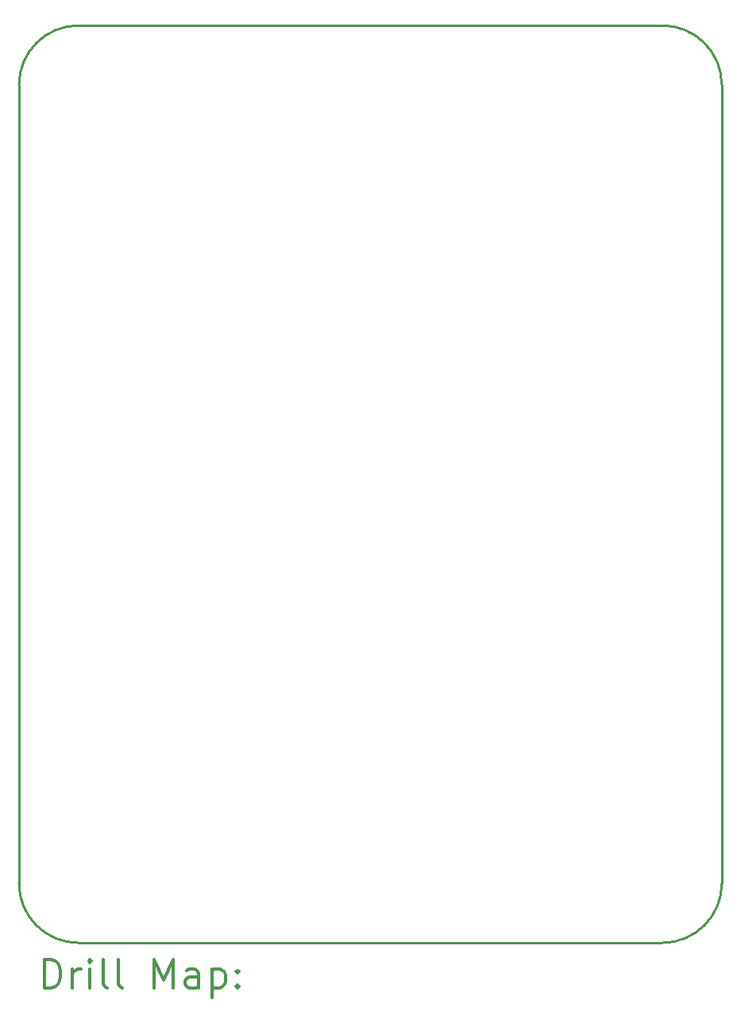
<source format=gbr>
%FSLAX45Y45*%
G04 Gerber Fmt 4.5, Leading zero omitted, Abs format (unit mm)*
G04 Created by KiCad (PCBNEW 5.1.6-c6e7f7d~87~ubuntu20.04.1) date 2020-07-21 10:48:39*
%MOMM*%
%LPD*%
G01*
G04 APERTURE LIST*
%TA.AperFunction,Profile*%
%ADD10C,0.279400*%
%TD*%
%ADD11C,0.200000*%
%ADD12C,0.300000*%
G04 APERTURE END LIST*
D10*
X12573000Y-14224000D02*
G75*
G02*
X11938000Y-14859000I-635000J0D01*
G01*
X5715000Y-14859000D02*
G75*
G02*
X5080000Y-14224000I0J635000D01*
G01*
X11938000Y-5080000D02*
G75*
G02*
X12573000Y-5715000I0J-635000D01*
G01*
X5080000Y-5715000D02*
G75*
G02*
X5715000Y-5080000I635000J0D01*
G01*
X5715000Y-5080000D02*
X11938000Y-5080000D01*
X5080000Y-14224000D02*
X5080000Y-5715000D01*
X11938000Y-14859000D02*
X5715000Y-14859000D01*
X12573000Y-5715000D02*
X12573000Y-14224000D01*
D11*
D12*
X5352458Y-15338684D02*
X5352458Y-15038684D01*
X5423887Y-15038684D01*
X5466744Y-15052970D01*
X5495316Y-15081541D01*
X5509601Y-15110113D01*
X5523887Y-15167256D01*
X5523887Y-15210113D01*
X5509601Y-15267256D01*
X5495316Y-15295827D01*
X5466744Y-15324399D01*
X5423887Y-15338684D01*
X5352458Y-15338684D01*
X5652458Y-15338684D02*
X5652458Y-15138684D01*
X5652458Y-15195827D02*
X5666744Y-15167256D01*
X5681030Y-15152970D01*
X5709601Y-15138684D01*
X5738173Y-15138684D01*
X5838173Y-15338684D02*
X5838173Y-15138684D01*
X5838173Y-15038684D02*
X5823887Y-15052970D01*
X5838173Y-15067256D01*
X5852458Y-15052970D01*
X5838173Y-15038684D01*
X5838173Y-15067256D01*
X6023887Y-15338684D02*
X5995316Y-15324399D01*
X5981030Y-15295827D01*
X5981030Y-15038684D01*
X6181030Y-15338684D02*
X6152458Y-15324399D01*
X6138173Y-15295827D01*
X6138173Y-15038684D01*
X6523887Y-15338684D02*
X6523887Y-15038684D01*
X6623887Y-15252970D01*
X6723887Y-15038684D01*
X6723887Y-15338684D01*
X6995316Y-15338684D02*
X6995316Y-15181541D01*
X6981030Y-15152970D01*
X6952458Y-15138684D01*
X6895316Y-15138684D01*
X6866744Y-15152970D01*
X6995316Y-15324399D02*
X6966744Y-15338684D01*
X6895316Y-15338684D01*
X6866744Y-15324399D01*
X6852458Y-15295827D01*
X6852458Y-15267256D01*
X6866744Y-15238684D01*
X6895316Y-15224399D01*
X6966744Y-15224399D01*
X6995316Y-15210113D01*
X7138173Y-15138684D02*
X7138173Y-15438684D01*
X7138173Y-15152970D02*
X7166744Y-15138684D01*
X7223887Y-15138684D01*
X7252458Y-15152970D01*
X7266744Y-15167256D01*
X7281030Y-15195827D01*
X7281030Y-15281541D01*
X7266744Y-15310113D01*
X7252458Y-15324399D01*
X7223887Y-15338684D01*
X7166744Y-15338684D01*
X7138173Y-15324399D01*
X7409601Y-15310113D02*
X7423887Y-15324399D01*
X7409601Y-15338684D01*
X7395316Y-15324399D01*
X7409601Y-15310113D01*
X7409601Y-15338684D01*
X7409601Y-15152970D02*
X7423887Y-15167256D01*
X7409601Y-15181541D01*
X7395316Y-15167256D01*
X7409601Y-15152970D01*
X7409601Y-15181541D01*
M02*

</source>
